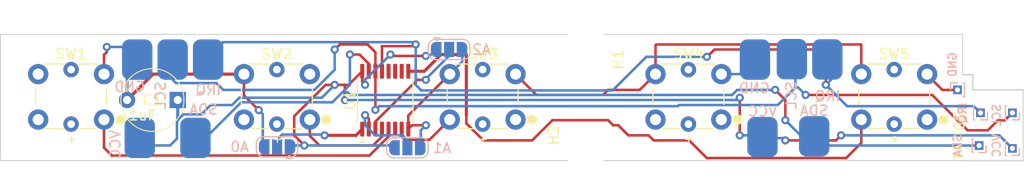
<source format=kicad_pcb>
(kicad_pcb (version 20240108) (generator "pcbnew") (generator_version "8.0")
  (layers (0 "F.Cu" signal) (31 "B.Cu" signal) (34 "B.Paste" user) (35 "F.Paste" user) (36 "B.SilkS" user "B.Silkscreen") (37 "F.SilkS" user "F.Silkscreen") (38 "B.Mask" user) (39 "F.Mask" user) (44 "Edge.Cuts" user))
  (net 0 "")
  (net 1 "+5V")
  (net 2 "SDA")
  (net 3 "SCL")
  (net 4 "IRQ")
  (net 5 "GND")
  (net 9 "/U1P0")
  (net 10 "/U1P1")
  (net 11 "/U1P2")
  (net 12 "/U1P3")
  (net 13 "/U1P4")
  (net 14 "/A0")
  (net 15 "/A1")
  (net 16 "/A2")
  (footprint "Package_SO:TSSOP-16_4.4x5mm_P0.65mm" (layer "F.Cu") (at 198.104691 -212.319824 90)
    (property "Reference" "U1" (at 0 -3.45 90) (layer "F.SilkS"))
    (property "Value" "TCA9554PWR")
    (fp_line (start 0 -2.735) (end 2.2 -2.735) (stroke (width 0.12)) (layer "F.SilkS"))
    (fp_line (start 0 -2.735) (end -2.2 -2.735) (stroke (width 0.12)) (layer "F.SilkS"))
    (fp_line (start 0 2.735) (end 2.2 2.735) (stroke (width 0.12)) (layer "F.SilkS"))
    (fp_line (start 0 2.735) (end -2.2 2.735) (stroke (width 0.12)) (layer "F.SilkS"))
    (fp_poly (pts (xy -3.86 -2.275) (xy -4.19 -2.515) (xy -4.19 -2.035) (xy -3.86 -2.275)) (stroke (width 0.12)) (fill solid) (layer "F.SilkS"))
    (pad "1" smd roundrect (at -2.8625 -2.275 90) (size 1.475 0.4) (layers "F.Cu" "F.Paste" "F.Mask") (net 14 "/A0"))
    (pad "2" smd roundrect (at -2.8625 -1.625 90) (size 1.475 0.4) (layers "F.Cu" "F.Paste" "F.Mask") (net 15 "/A1"))
    (pad "3" smd roundrect (at -2.8625 -0.975 90) (size 1.475 0.4) (layers "F.Cu" "F.Paste" "F.Mask") (net 16 "/A2"))
    (pad "4" smd roundrect (at -2.8625 -0.325 90) (size 1.475 0.4) (layers "F.Cu" "F.Paste" "F.Mask") (net 10 "/U1P1"))
    (pad "5" smd roundrect (at -2.8625 0.325 90) (size 1.475 0.4) (layers "F.Cu" "F.Paste" "F.Mask") (net 9 "/U1P0"))
    (pad "6" smd roundrect (at -2.8625 0.975 90) (size 1.475 0.4) (layers "F.Cu" "F.Paste" "F.Mask") (net 12 "/U1P3"))
    (pad "7" smd roundrect (at -2.8625 1.625 90) (size 1.475 0.4) (layers "F.Cu" "F.Paste" "F.Mask") (net 11 "/U1P2"))
    (pad "8" smd roundrect (at -2.8625 2.275 90) (size 1.475 0.4) (layers "F.Cu" "F.Paste" "F.Mask") (net 5 "GND"))
    (pad "9" smd roundrect (at 2.8625 2.275 90) (size 1.475 0.4) (layers "F.Cu" "F.Paste" "F.Mask") (net 13 "/U1P4"))
    (pad "10" smd roundrect (at 2.8625 1.625 90) (size 1.475 0.4) (layers "F.Cu" "F.Paste" "F.Mask"))
    (pad "11" smd roundrect (at 2.8625 0.975 90) (size 1.475 0.4) (layers "F.Cu" "F.Paste" "F.Mask"))
    (pad "12" smd roundrect (at 2.8625 0.325 90) (size 1.475 0.4) (layers "F.Cu" "F.Paste" "F.Mask"))
    (pad "13" smd roundrect (at 2.8625 -0.325 90) (size 1.475 0.4) (layers "F.Cu" "F.Paste" "F.Mask") (net 4 "IRQ"))
    (pad "14" smd roundrect (at 2.8625 -0.975 90) (size 1.475 0.4) (layers "F.Cu" "F.Paste" "F.Mask") (net 3 "SCL"))
    (pad "15" smd roundrect (at 2.8625 -1.625 90) (size 1.475 0.4) (layers "F.Cu" "F.Paste" "F.Mask") (net 2 "SDA"))
    (pad "16" smd roundrect (at 2.8625 -2.275 90) (size 1.475 0.4) (layers "F.Cu" "F.Paste" "F.Mask") (net 1 "+5V"))
  )
  (footprint "OH_Footprints:TL1240GQ" (layer "F.Cu") (at 163.830566 -214.897924)
    (property "Reference" "SW1" (at 3.25 -2 0) (layer "F.SilkS"))
    (property "Value" "TL1240GQ")
    (fp_line (start -0.25 1.5) (end -0.25 3) (stroke (width 0.12)) (layer "F.SilkS"))
    (fp_line (start 0.7 5.4) (end 2.5 5.4) (stroke (width 0.12)) (layer "F.SilkS"))
    (fp_line (start 2.6 -1) (end 0.5 -1) (stroke (width 0.12)) (layer "F.SilkS"))
    (fp_line (start 4 5.4) (end 5.8 5.4) (stroke (width 0.12)) (layer "F.SilkS"))
    (fp_line (start 5.9 -1) (end 3.9 -1) (stroke (width 0.12)) (layer "F.SilkS"))
    (fp_line (start 6.75 3) (end 6.75 1.5) (stroke (width 0.12)) (layer "F.SilkS"))
    (fp_circle (center 8.1 4.5) (end 8.547214 4.5) (stroke (width 0.12)) (fill none) (layer "F.SilkS"))
    (fp_poly (pts (xy 8.1 4.052786) (xy 8.3 4.1) (xy 8.4 4.2) (xy 8.5 4.3) (xy 8.547214 4.5) (xy 8.5 4.7) (xy 8.3 4.9) (xy 8.1 4.947214) (xy 7.9 4.9) (xy 7.7 4.7) (xy 7.652786 4.5) (xy 7.7 4.3) (xy 7.9 4.1)) (stroke (width 0.1)) (fill solid) (layer "F.SilkS"))
    (fp_text user "+" (at 3.3 6.4 0) (layer "F.SilkS") (effects (font (size 0.8 0.8) (thickness 0.12))))
    (pad "1" thru_hole circle (at 0 4.5 90) (size 2 2) (drill 1.1) (layers "*.Cu" "*.Mask") (net 9 "/U1P0"))
    (pad "1" thru_hole circle (at 6.5 4.5 90) (size 2 2) (drill 1.1) (layers "*.Cu" "*.Mask") (net 9 "/U1P0"))
    (pad "2" thru_hole circle (at 0 0 90) (size 2 2) (drill 1.1) (layers "*.Cu" "*.Mask") (net 5 "GND"))
    (pad "2" thru_hole circle (at 6.5 0 90) (size 2 2) (drill 1.1) (layers "*.Cu" "*.Mask") (net 5 "GND"))
    (pad "5" thru_hole circle (at 3.25 4.95) (size 1.524 1.524) (drill 0.762) (layers "*.Cu" "*.Mask"))
    (pad "6" thru_hole circle (at 3.25 -0.45) (size 1.524 1.524) (drill 0.762) (layers "*.Cu" "*.Mask"))
  )
  (footprint "OH_Footprints:TL1240GQ" (layer "F.Cu") (at 204.470566 -214.897924)
    (property "Reference" "SW3" (at 3.25 -2 0) (layer "F.SilkS"))
    (property "Value" "TL1240GQ")
    (fp_line (start -0.25 1.5) (end -0.25 3) (stroke (width 0.12)) (layer "F.SilkS"))
    (fp_line (start 0.7 5.4) (end 2.5 5.4) (stroke (width 0.12)) (layer "F.SilkS"))
    (fp_line (start 2.6 -1) (end 0.5 -1) (stroke (width 0.12)) (layer "F.SilkS"))
    (fp_line (start 4 5.4) (end 5.8 5.4) (stroke (width 0.12)) (layer "F.SilkS"))
    (fp_line (start 5.9 -1) (end 3.9 -1) (stroke (width 0.12)) (layer "F.SilkS"))
    (fp_line (start 6.75 3) (end 6.75 1.5) (stroke (width 0.12)) (layer "F.SilkS"))
    (fp_circle (center 8.1 4.5) (end 8.547214 4.5) (stroke (width 0.12)) (fill none) (layer "F.SilkS"))
    (fp_poly (pts (xy 8.1 4.052786) (xy 8.3 4.1) (xy 8.4 4.2) (xy 8.5 4.3) (xy 8.547214 4.5) (xy 8.5 4.7) (xy 8.3 4.9) (xy 8.1 4.947214) (xy 7.9 4.9) (xy 7.7 4.7) (xy 7.652786 4.5) (xy 7.7 4.3) (xy 7.9 4.1)) (stroke (width 0.1)) (fill solid) (layer "F.SilkS"))
    (fp_text user "+" (at 3.3 6.4 0) (layer "F.SilkS") (effects (font (size 0.8 0.8) (thickness 0.12))))
    (pad "1" thru_hole circle (at 0 4.5 90) (size 2 2) (drill 1.1) (layers "*.Cu" "*.Mask") (net 11 "/U1P2"))
    (pad "1" thru_hole circle (at 6.5 4.5 90) (size 2 2) (drill 1.1) (layers "*.Cu" "*.Mask") (net 11 "/U1P2"))
    (pad "2" thru_hole circle (at 0 0 90) (size 2 2) (drill 1.1) (layers "*.Cu" "*.Mask") (net 5 "GND"))
    (pad "2" thru_hole circle (at 6.5 0 90) (size 2 2) (drill 1.1) (layers "*.Cu" "*.Mask") (net 5 "GND"))
    (pad "5" thru_hole circle (at 3.25 4.95) (size 1.524 1.524) (drill 0.762) (layers "*.Cu" "*.Mask"))
    (pad "6" thru_hole circle (at 3.25 -0.45) (size 1.524 1.524) (drill 0.762) (layers "*.Cu" "*.Mask"))
  )
  (footprint "OH_Footprints:TL1240GQ" (layer "F.Cu") (at 224.790566 -214.897924)
    (property "Reference" "SW4" (at 3.25 -2 0) (layer "F.SilkS"))
    (property "Value" "TL1240GQ")
    (fp_line (start -0.25 1.5) (end -0.25 3) (stroke (width 0.12)) (layer "F.SilkS"))
    (fp_line (start 0.7 5.4) (end 2.5 5.4) (stroke (width 0.12)) (layer "F.SilkS"))
    (fp_line (start 2.6 -1) (end 0.5 -1) (stroke (width 0.12)) (layer "F.SilkS"))
    (fp_line (start 4 5.4) (end 5.8 5.4) (stroke (width 0.12)) (layer "F.SilkS"))
    (fp_line (start 5.9 -1) (end 3.9 -1) (stroke (width 0.12)) (layer "F.SilkS"))
    (fp_line (start 6.75 3) (end 6.75 1.5) (stroke (width 0.12)) (layer "F.SilkS"))
    (fp_circle (center 8.1 4.5) (end 8.547214 4.5) (stroke (width 0.12)) (fill none) (layer "F.SilkS"))
    (fp_poly (pts (xy 8.1 4.052786) (xy 8.3 4.1) (xy 8.4 4.2) (xy 8.5 4.3) (xy 8.547214 4.5) (xy 8.5 4.7) (xy 8.3 4.9) (xy 8.1 4.947214) (xy 7.9 4.9) (xy 7.7 4.7) (xy 7.652786 4.5) (xy 7.7 4.3) (xy 7.9 4.1)) (stroke (width 0.1)) (fill solid) (layer "F.SilkS"))
    (fp_text user "+" (at 3.3 6.4 0) (layer "F.SilkS") (effects (font (size 0.8 0.8) (thickness 0.12))))
    (pad "1" thru_hole circle (at 0 4.5 90) (size 2 2) (drill 1.1) (layers "*.Cu" "*.Mask") (net 12 "/U1P3"))
    (pad "1" thru_hole circle (at 6.5 4.5 90) (size 2 2) (drill 1.1) (layers "*.Cu" "*.Mask") (net 12 "/U1P3"))
    (pad "2" thru_hole circle (at 0 0 90) (size 2 2) (drill 1.1) (layers "*.Cu" "*.Mask") (net 5 "GND"))
    (pad "2" thru_hole circle (at 6.5 0 90) (size 2 2) (drill 1.1) (layers "*.Cu" "*.Mask") (net 5 "GND"))
    (pad "5" thru_hole circle (at 3.25 4.95) (size 1.524 1.524) (drill 0.762) (layers "*.Cu" "*.Mask"))
    (pad "6" thru_hole circle (at 3.25 -0.45) (size 1.524 1.524) (drill 0.762) (layers "*.Cu" "*.Mask"))
  )
  (footprint "OH_Footprints:TL1240GQ" (layer "F.Cu") (at 245.110566 -214.897924)
    (property "Reference" "SW5" (at 3.25 -2 0) (layer "F.SilkS"))
    (property "Value" "TL1240GQ")
    (fp_line (start -0.25 1.5) (end -0.25 3) (stroke (width 0.12)) (layer "F.SilkS"))
    (fp_line (start 0.7 5.4) (end 2.5 5.4) (stroke (width 0.12)) (layer "F.SilkS"))
    (fp_line (start 2.6 -1) (end 0.5 -1) (stroke (width 0.12)) (layer "F.SilkS"))
    (fp_line (start 4 5.4) (end 5.8 5.4) (stroke (width 0.12)) (layer "F.SilkS"))
    (fp_line (start 5.9 -1) (end 3.9 -1) (stroke (width 0.12)) (layer "F.SilkS"))
    (fp_line (start 6.75 3) (end 6.75 1.5) (stroke (width 0.12)) (layer "F.SilkS"))
    (fp_circle (center 8.1 4.5) (end 8.547214 4.5) (stroke (width 0.12)) (fill none) (layer "F.SilkS"))
    (fp_poly (pts (xy 8.1 4.052786) (xy 8.3 4.1) (xy 8.4 4.2) (xy 8.5 4.3) (xy 8.547214 4.5) (xy 8.5 4.7) (xy 8.3 4.9) (xy 8.1 4.947214) (xy 7.9 4.9) (xy 7.7 4.7) (xy 7.652786 4.5) (xy 7.7 4.3) (xy 7.9 4.1)) (stroke (width 0.1)) (fill solid) (layer "F.SilkS"))
    (fp_text user "+" (at 3.3 6.4 0) (layer "F.SilkS") (effects (font (size 0.8 0.8) (thickness 0.12))))
    (pad "1" thru_hole circle (at 0 4.5 90) (size 2 2) (drill 1.1) (layers "*.Cu" "*.Mask") (net 13 "/U1P4"))
    (pad "1" thru_hole circle (at 6.5 4.5 90) (size 2 2) (drill 1.1) (layers "*.Cu" "*.Mask") (net 13 "/U1P4"))
    (pad "2" thru_hole circle (at 0 0 90) (size 2 2) (drill 1.1) (layers "*.Cu" "*.Mask") (net 5 "GND"))
    (pad "2" thru_hole circle (at 6.5 0 90) (size 2 2) (drill 1.1) (layers "*.Cu" "*.Mask") (net 5 "GND"))
    (pad "5" thru_hole circle (at 3.25 4.95) (size 1.524 1.524) (drill 0.762) (layers "*.Cu" "*.Mask"))
    (pad "6" thru_hole circle (at 3.25 -0.45) (size 1.524 1.524) (drill 0.762) (layers "*.Cu" "*.Mask"))
  )
  (footprint "OH_Footprints:TL1240GQ" (layer "F.Cu") (at 184.150566 -214.897924)
    (property "Reference" "SW2" (at 3.25 -2 0) (layer "F.SilkS"))
    (property "Value" "TL1240GQ")
    (fp_line (start -0.25 1.5) (end -0.25 3) (stroke (width 0.12)) (layer "F.SilkS"))
    (fp_line (start 0.7 5.4) (end 2.5 5.4) (stroke (width 0.12)) (layer "F.SilkS"))
    (fp_line (start 2.6 -1) (end 0.5 -1) (stroke (width 0.12)) (layer "F.SilkS"))
    (fp_line (start 4 5.4) (end 5.8 5.4) (stroke (width 0.12)) (layer "F.SilkS"))
    (fp_line (start 5.9 -1) (end 3.9 -1) (stroke (width 0.12)) (layer "F.SilkS"))
    (fp_line (start 6.75 3) (end 6.75 1.5) (stroke (width 0.12)) (layer "F.SilkS"))
    (fp_circle (center 8.1 4.5) (end 8.547214 4.5) (stroke (width 0.12)) (fill none) (layer "F.SilkS"))
    (fp_poly (pts (xy 8.1 4.052786) (xy 8.3 4.1) (xy 8.4 4.2) (xy 8.5 4.3) (xy 8.547214 4.5) (xy 8.5 4.7) (xy 8.3 4.9) (xy 8.1 4.947214) (xy 7.9 4.9) (xy 7.7 4.7) (xy 7.652786 4.5) (xy 7.7 4.3) (xy 7.9 4.1)) (stroke (width 0.1)) (fill solid) (layer "F.SilkS"))
    (fp_text user "+" (at 3.3 6.4 0) (layer "F.SilkS") (effects (font (size 0.8 0.8) (thickness 0.12))))
    (pad "1" thru_hole circle (at 0 4.5 90) (size 2 2) (drill 1.1) (layers "*.Cu" "*.Mask") (net 10 "/U1P1"))
    (pad "1" thru_hole circle (at 6.5 4.5 90) (size 2 2) (drill 1.1) (layers "*.Cu" "*.Mask") (net 10 "/U1P1"))
    (pad "2" thru_hole circle (at 0 0 90) (size 2 2) (drill 1.1) (layers "*.Cu" "*.Mask") (net 5 "GND"))
    (pad "2" thru_hole circle (at 6.5 0 90) (size 2 2) (drill 1.1) (layers "*.Cu" "*.Mask") (net 5 "GND"))
    (pad "5" thru_hole circle (at 3.25 4.95) (size 1.524 1.524) (drill 0.762) (layers "*.Cu" "*.Mask"))
    (pad "6" thru_hole circle (at 3.25 -0.45) (size 1.524 1.524) (drill 0.762) (layers "*.Cu" "*.Mask"))
  )
  (footprint "Capacitor_THT:CP_Radial_D3.0mm_P5.00mm" (layer "F.Cu") (at 177.610749 -212.336549 180)
    (property "Reference" "C1" (at 2.5 0 0) (layer "F.SilkS"))
    (property "Value" "1uF")
    (fp_circle (center 2.5 0) (end 5.420287 -1.064666) (stroke (width 0.1)) (fill none) (layer "F.SilkS"))
    (pad "1" thru_hole rect (at 0 0 180) (size 1.6 1.6) (drill 0.8) (layers "*.Cu" "*.Mask") (net 1 "+5V"))
    (pad "2" thru_hole circle (at 5 0 180) (size 1.6 1.6) (drill 0.8) (layers "*.Cu" "*.Mask") (net 5 "GND"))
  )
  (footprint "MountingHole:MountingHole_4.3mm_M4" (layer "F.Cu") (at 217.894575 -207.594893 90)
    (property "Reference" "H2" (at 1.241656 -3.16964 90) (layer "F.SilkS"))
    (property "Value" "MH")
    (pad "" np_thru_hole circle (at 0 0 90) (size 4.3 4.3) (drill 4.3) (layers "*.Cu" "*.Mask"))
  )
  (footprint "MountingHole:MountingHole_4.3mm_M4" (layer "F.Cu") (at 217.93013 -217.661058 -90)
    (property "Reference" "H1" (at 1.324509 -3.16964 90) (layer "F.SilkS"))
    (property "Value" "MH")
    (pad "" np_thru_hole circle (at 0 0 270) (size 4.3 4.3) (drill 4.3) (layers "*.Cu" "*.Mask"))
  )
  (footprint "Connector_Wire:SolderWirePad_1x01_SMD_4x3mm" (layer "B.Cu") (at 241.758109 -216.35272 180)
    (property "Reference" "J13" (hide yes))
    (property "Value" "IRQ" (at -0.038067 -3.633662 0) (layer "B.SilkS") (effects (justify mirror)))
    (pad "1" smd roundrect (at 0 0 270) (size 4 3) (layers "B.Cu" "B.Paste" "B.Mask") (net 4 "IRQ"))
  )
  (footprint "Jumper:SolderJumper-3_P1.3mm_BothDisconnected_RoundedPad1.0x1.5mm" (layer "B.Cu") (at 204.410749 -217.336549)
    (property "Reference" "A2" (at 3.2 0 360) (layer "B.SilkS") (effects (justify mirror)))
    (property "Value" "SolderJumper_3_Open")
    (fp_line (start -2.05 0.3) (end -2.05 -0.3) (stroke (width 0.12)) (layer "B.SilkS"))
    (fp_line (start -1.499062 -1.157421) (end -1.199062 -0.857421) (stroke (width 0.12)) (layer "B.SilkS"))
    (fp_line (start -1.4 -1) (end 1.4 -1) (stroke (width 0.12)) (layer "B.SilkS"))
    (fp_line (start -0.899062 -1.157421) (end -1.499062 -1.157421) (stroke (width 0.12)) (layer "B.SilkS"))
    (fp_line (start -0.899062 -1.157421) (end -1.199062 -0.857421) (stroke (width 0.12)) (layer "B.SilkS"))
    (fp_line (start 1.4 1) (end -1.4 1) (stroke (width 0.12)) (layer "B.SilkS"))
    (fp_line (start 2.05 -0.3) (end 2.05 0.3) (stroke (width 0.12)) (layer "B.SilkS"))
    (fp_arc (start -2.05 -0.3) (mid -1.844975 -0.794975) (end -1.35 -1) (stroke (width 0.12)) (layer "B.SilkS"))
    (fp_arc (start -1.35 1) (mid -1.844975 0.794975) (end -2.05 0.3) (stroke (width 0.12)) (layer "B.SilkS"))
    (fp_arc (start 1.35 -1) (mid 1.844975 -0.794975) (end 2.05 -0.3) (stroke (width 0.12)) (layer "B.SilkS"))
    (fp_arc (start 2.05 0.3) (mid 1.844975 0.794975) (end 1.35 1) (stroke (width 0.12)) (layer "B.SilkS"))
    (pad "1" smd custom (at -1.3 0) (size 1 0.5) (layers "B.Cu" "B.Mask") (net 1 "+5V") (options (clearance outline) (anchor rect)) (primitives (gr_circle (center 0 -0.25) (end 0.5 -0.25) (width 0) (fill yes)) (gr_circle (center 0 0.25) (end 0.5 0.25) (width 0) (fill yes)) (gr_poly (pts (xy 0.55 -0.75) (xy 0 -0.75) (xy 0 0.75) (xy 0.55 0.75)) (width 0) (fill yes))))
    (pad "2" smd rect (at 0 0) (size 1 1.5) (layers "B.Cu" "B.Mask") (net 16 "/A2"))
    (pad "3" smd custom (at 1.3 0) (size 1 0.5) (layers "B.Cu" "B.Mask") (net 5 "GND") (options (clearance outline) (anchor rect)) (primitives (gr_circle (center 0 -0.25) (end 0.5 -0.25) (width 0) (fill yes)) (gr_circle (center 0 0.25) (end 0.5 0.25) (width 0) (fill yes)) (gr_poly (pts (xy 0 -0.75) (xy -0.55 -0.75) (xy -0.55 0.75) (xy 0 0.75)) (width 0) (fill yes))))
  )
  (footprint "Connector_PinHeader_1.00mm:PinHeader_1x01_P1.00mm_Vertical" (layer "B.Cu") (at 256.879065 -211.066449 90)
    (property "Reference" "J8" (hide yes))
    (property "Value" "IRQ" (at 0 -1.768316 90) (layer "B.SilkS") (effects (font (size 0.8 0.8)) (justify mirror)))
    (fp_line (start 0.695 -0.685) (end 0.608276 -0.685) (stroke (width 0.12)) (layer "B.SilkS"))
    (fp_line (start 0.695 -0.685) (end -0.695 -0.685) (stroke (width 0.12)) (layer "B.SilkS"))
    (fp_line (start -0.608276 -0.685) (end -0.695 -0.685) (stroke (width 0.12)) (layer "B.SilkS"))
    (fp_line (start 0.695 -0.56) (end 0.695 -0.685) (stroke (width 0.12)) (layer "B.SilkS"))
    (fp_line (start -0.695 -0.56) (end -0.695 -0.685) (stroke (width 0.12)) (layer "B.SilkS"))
    (fp_line (start 0 0.685) (end -0.695 0.685) (stroke (width 0.12)) (layer "B.SilkS"))
    (fp_line (start -0.695 0.685) (end -0.695 0) (stroke (width 0.12)) (layer "B.SilkS"))
    (pad "1" thru_hole rect (at 0 0 90) (size 0.85 0.85) (drill 0.5) (layers "*.Cu" "*.Mask") (net 4 "IRQ"))
  )
  (footprint "Connector_Wire:SolderWirePad_1x01_SMD_4x3mm" (layer "B.Cu") (at 173.610749 -216.336549 180)
    (property "Reference" "J2" (hide yes))
    (property "Value" "GND" (at 0.741306 -2.69471 0) (layer "B.SilkS") (effects (justify mirror)))
    (pad "1" smd roundrect (at 0 0 270) (size 4 3) (layers "B.Cu" "B.Paste" "B.Mask") (net 5 "GND"))
  )
  (footprint "Connector_Wire:SolderWirePad_1x01_SMD_4x3mm" (layer "B.Cu") (at 177.110749 -216.336549 180)
    (property "Reference" "J3" (hide yes))
    (property "Value" "SCL" (at 1.188976 -3.543342 90) (layer "B.SilkS") (effects (justify mirror)))
    (pad "1" smd roundrect (at 0 0 270) (size 4 3) (layers "B.Cu" "B.Paste" "B.Mask") (net 3 "SCL"))
  )
  (footprint "Connector_PinHeader_1.00mm:PinHeader_1x01_P1.00mm_Vertical" (layer "B.Cu") (at 256.748042 -207.825063 90)
    (property "Reference" "J7" (hide yes))
    (property "Value" "SDA" (at 0 -2.137293 90) (layer "B.SilkS") (effects (font (size 0.8 0.8)) (justify mirror)))
    (fp_line (start 0.695 -0.685) (end 0.608276 -0.685) (stroke (width 0.12)) (layer "B.SilkS"))
    (fp_line (start 0.695 -0.685) (end -0.695 -0.685) (stroke (width 0.12)) (layer "B.SilkS"))
    (fp_line (start -0.608276 -0.685) (end -0.695 -0.685) (stroke (width 0.12)) (layer "B.SilkS"))
    (fp_line (start 0.695 -0.56) (end 0.695 -0.685) (stroke (width 0.12)) (layer "B.SilkS"))
    (fp_line (start -0.695 -0.56) (end -0.695 -0.685) (stroke (width 0.12)) (layer "B.SilkS"))
    (fp_line (start 0 0.685) (end -0.695 0.685) (stroke (width 0.12)) (layer "B.SilkS"))
    (fp_line (start -0.695 0.685) (end -0.695 0) (stroke (width 0.12)) (layer "B.SilkS"))
    (pad "1" thru_hole rect (at 0 0 90) (size 0.85 0.85) (drill 0.5) (layers "*.Cu" "*.Mask") (net 2 "SDA"))
  )
  (footprint "Connector_Wire:SolderWirePad_1x01_SMD_4x3mm" (layer "B.Cu") (at 179.360749 -208.586549)
    (property "Reference" "J4" (hide yes))
    (property "Value" "SDA" (at 0.797905 -2.815763 180) (layer "B.SilkS") (effects (justify mirror)))
    (pad "1" smd roundrect (at 0 0 90) (size 4 3) (layers "B.Cu" "B.Paste" "B.Mask") (net 2 "SDA"))
  )
  (footprint "Jumper:SolderJumper-3_P1.3mm_BothDisconnected_RoundedPad1.0x1.5mm" (layer "B.Cu") (at 187.423935 -207.700864 180)
    (property "Reference" "A0" (at 3.7 0 0) (layer "B.SilkS") (effects (justify mirror)))
    (property "Value" "SolderJumper_3_Open")
    (fp_line (start 2.05 -0.3) (end 2.05 0.3) (stroke (width 0.12)) (layer "B.SilkS"))
    (fp_line (start 1.4 1) (end -1.4 1) (stroke (width 0.12)) (layer "B.SilkS"))
    (fp_line (start -0.899062 -1.157421) (end -1.199062 -0.857421) (stroke (width 0.12)) (layer "B.SilkS"))
    (fp_line (start -0.899062 -1.157421) (end -1.499062 -1.157421) (stroke (width 0.12)) (layer "B.SilkS"))
    (fp_line (start -1.4 -1) (end 1.4 -1) (stroke (width 0.12)) (layer "B.SilkS"))
    (fp_line (start -1.499062 -1.157421) (end -1.199062 -0.857421) (stroke (width 0.12)) (layer "B.SilkS"))
    (fp_line (start -2.05 0.3) (end -2.05 -0.3) (stroke (width 0.12)) (layer "B.SilkS"))
    (fp_arc (start 2.05 0.3) (mid 1.844975 0.794975) (end 1.35 1) (stroke (width 0.12)) (layer "B.SilkS"))
    (fp_arc (start 1.35 -1) (mid 1.844975 -0.794975) (end 2.05 -0.3) (stroke (width 0.12)) (layer "B.SilkS"))
    (fp_arc (start -1.35 1) (mid -1.844975 0.794975) (end -2.05 0.3) (stroke (width 0.12)) (layer "B.SilkS"))
    (fp_arc (start -2.05 -0.3) (mid -1.844975 -0.794975) (end -1.35 -1) (stroke (width 0.12)) (layer "B.SilkS"))
    (pad "1" smd custom (at -1.3 0 180) (size 1 0.5) (layers "B.Cu" "B.Mask") (net 1 "+5V") (options (clearance outline) (anchor rect)) (primitives (gr_circle (center 0 -0.25) (end 0.5 -0.25) (width 0) (fill yes)) (gr_circle (center 0 0.25) (end 0.5 0.25) (width 0) (fill yes)) (gr_poly (pts (xy 0.55 -0.75) (xy 0 -0.75) (xy 0 0.75) (xy 0.55 0.75)) (width 0) (fill yes))))
    (pad "2" smd rect (at 0 0 180) (size 1 1.5) (layers "B.Cu" "B.Mask") (net 14 "/A0"))
    (pad "3" smd custom (at 1.3 0 180) (size 1 0.5) (layers "B.Cu" "B.Mask") (net 5 "GND") (options (clearance outline) (anchor rect)) (primitives (gr_circle (center 0 -0.25) (end 0.5 -0.25) (width 0) (fill yes)) (gr_circle (center 0 0.25) (end 0.5 0.25) (width 0) (fill yes)) (gr_poly (pts (xy 0 -0.75) (xy -0.55 -0.75) (xy -0.55 0.75) (xy 0 0.75)) (width 0) (fill yes))))
  )
  (footprint "Connector_Wire:SolderWirePad_1x01_SMD_4x3mm" (layer "B.Cu") (at 180.610749 -216.336549 180)
    (property "Reference" "J5" (hide yes))
    (property "Value" "IRQ" (at -0.01867 -2.986983 0) (layer "B.SilkS") (effects (justify mirror)))
    (pad "1" smd roundrect (at 0 0 270) (size 4 3) (layers "B.Cu" "B.Paste" "B.Mask") (net 4 "IRQ"))
  )
  (footprint "Connector_PinHeader_1.00mm:PinHeader_1x01_P1.00mm_Vertical" (layer "B.Cu") (at 260.029956 -207.544865 90)
    (property "Reference" "J9" (hide yes))
    (property "Value" "VCC" (at 0.291684 -1.56 90) (layer "B.SilkS") (effects (font (size 0.8 0.8)) (justify mirror)))
    (fp_line (start 0.695 -0.685) (end 0.608276 -0.685) (stroke (width 0.12)) (layer "B.SilkS"))
    (fp_line (start 0.695 -0.685) (end -0.695 -0.685) (stroke (width 0.12)) (layer "B.SilkS"))
    (fp_line (start -0.608276 -0.685) (end -0.695 -0.685) (stroke (width 0.12)) (layer "B.SilkS"))
    (fp_line (start 0.695 -0.56) (end 0.695 -0.685) (stroke (width 0.12)) (layer "B.SilkS"))
    (fp_line (start -0.695 -0.56) (end -0.695 -0.685) (stroke (width 0.12)) (layer "B.SilkS"))
    (fp_line (start 0 0.685) (end -0.695 0.685) (stroke (width 0.12)) (layer "B.SilkS"))
    (fp_line (start -0.695 0.685) (end -0.695 0) (stroke (width 0.12)) (layer "B.SilkS"))
    (pad "1" thru_hole rect (at 0 0 90) (size 0.85 0.85) (drill 0.5) (layers "*.Cu" "*.Mask") (net 1 "+5V"))
  )
  (footprint "Connector_Wire:SolderWirePad_1x01_SMD_4x3mm" (layer "B.Cu") (at 173.860749 -208.586549)
    (property "Reference" "J1" (hide yes))
    (property "Value" "VCC" (at -2.411239 0.650776 90) (layer "B.SilkS") (effects (justify mirror)))
    (pad "1" smd roundrect (at 0 0 90) (size 4 3) (layers "B.Cu" "B.Paste" "B.Mask") (net 1 "+5V"))
  )
  (footprint "Connector_Wire:SolderWirePad_1x01_SMD_4x3mm" (layer "B.Cu") (at 235.355048 -208.662591)
    (property "Reference" "J14" (hide yes))
    (property "Value" "VCC" (at 0 -2.54 180) (layer "B.SilkS") (effects (justify mirror)))
    (pad "1" smd roundrect (at 0 0 90) (size 4 3) (layers "B.Cu" "B.Paste" "B.Mask") (net 1 "+5V"))
  )
  (footprint "Connector_PinHeader_1.00mm:PinHeader_1x01_P1.00mm_Vertical" (layer "B.Cu") (at 254.610749 -213.336549 -90)
    (property "Reference" "J10" (hide yes))
    (property "Value" "GND" (at -2.5 0.5 -90) (layer "B.SilkS") (effects (font (size 0.8 0.8)) (justify mirror)))
    (fp_line (start -0.695 0.685) (end -0.695 0) (stroke (width 0.12)) (layer "B.SilkS"))
    (fp_line (start 0 0.685) (end -0.695 0.685) (stroke (width 0.12)) (layer "B.SilkS"))
    (fp_line (start -0.695 -0.56) (end -0.695 -0.685) (stroke (width 0.12)) (layer "B.SilkS"))
    (fp_line (start 0.695 -0.56) (end 0.695 -0.685) (stroke (width 0.12)) (layer "B.SilkS"))
    (fp_line (start -0.608276 -0.685) (end -0.695 -0.685) (stroke (width 0.12)) (layer "B.SilkS"))
    (fp_line (start 0.695 -0.685) (end -0.695 -0.685) (stroke (width 0.12)) (layer "B.SilkS"))
    (fp_line (start 0.695 -0.685) (end 0.608276 -0.685) (stroke (width 0.12)) (layer "B.SilkS"))
    (pad "1" thru_hole rect (at 0 0 270) (size 0.85 0.85) (drill 0.5) (layers "*.Cu" "*.Mask") (net 5 "GND"))
  )
  (footprint "Connector_PinHeader_1.00mm:PinHeader_1x01_P1.00mm_Vertical" (layer "B.Cu") (at 260.029956 -211.066449 90)
    (property "Reference" "J11" (hide yes))
    (property "Value" "SCL" (at -0.2299 -1.56 90) (layer "B.SilkS") (effects (font (size 0.8 0.8)) (justify mirror)))
    (fp_line (start 0.695 -0.685) (end 0.608276 -0.685) (stroke (width 0.12)) (layer "B.SilkS"))
    (fp_line (start 0.695 -0.685) (end -0.695 -0.685) (stroke (width 0.12)) (layer "B.SilkS"))
    (fp_line (start -0.608276 -0.685) (end -0.695 -0.685) (stroke (width 0.12)) (layer "B.SilkS"))
    (fp_line (start 0.695 -0.56) (end 0.695 -0.685) (stroke (width 0.12)) (layer "B.SilkS"))
    (fp_line (start -0.695 -0.56) (end -0.695 -0.685) (stroke (width 0.12)) (layer "B.SilkS"))
    (fp_line (start 0 0.685) (end -0.695 0.685) (stroke (width 0.12)) (layer "B.SilkS"))
    (fp_line (start -0.695 0.685) (end -0.695 0) (stroke (width 0.12)) (layer "B.SilkS"))
    (pad "1" thru_hole rect (at 0 0 90) (size 0.85 0.85) (drill 0.5) (layers "*.Cu" "*.Mask") (net 3 "SCL"))
  )
  (footprint "Connector_Wire:SolderWirePad_1x01_SMD_4x3mm" (layer "B.Cu") (at 238.25477 -216.378385 180)
    (property "Reference" "J6" (hide yes))
    (property "Value" "SCL" (at 0.066165 -3.56474 90) (layer "B.SilkS") (effects (justify mirror)))
    (pad "1" smd roundrect (at 0 0 270) (size 4 3) (layers "B.Cu" "B.Paste" "B.Mask") (net 3 "SCL"))
  )
  (footprint "Jumper:SolderJumper-3_P1.3mm_BothDisconnected_RoundedPad1.0x1.5mm" (layer "B.Cu") (at 200.287393 -207.610143)
    (property "Reference" "A1" (at 3.415445 0.011916 0) (layer "B.SilkS") (effects (justify mirror)))
    (property "Value" "SolderJumper_3_Open")
    (fp_line (start -2.05 0.3) (end -2.05 -0.3) (stroke (width 0.12)) (layer "B.SilkS"))
    (fp_line (start -1.499062 -1.157421) (end -1.199062 -0.857421) (stroke (width 0.12)) (layer "B.SilkS"))
    (fp_line (start -1.4 -1) (end 1.4 -1) (stroke (width 0.12)) (layer "B.SilkS"))
    (fp_line (start -0.899062 -1.157421) (end -1.499062 -1.157421) (stroke (width 0.12)) (layer "B.SilkS"))
    (fp_line (start -0.899062 -1.157421) (end -1.199062 -0.857421) (stroke (width 0.12)) (layer "B.SilkS"))
    (fp_line (start 1.4 1) (end -1.4 1) (stroke (width 0.12)) (layer "B.SilkS"))
    (fp_line (start 2.05 -0.3) (end 2.05 0.3) (stroke (width 0.12)) (layer "B.SilkS"))
    (fp_arc (start -2.05 -0.3) (mid -1.844975 -0.794975) (end -1.35 -1) (stroke (width 0.12)) (layer "B.SilkS"))
    (fp_arc (start -1.35 1) (mid -1.844975 0.794975) (end -2.05 0.3) (stroke (width 0.12)) (layer "B.SilkS"))
    (fp_arc (start 1.35 -1) (mid 1.844975 -0.794975) (end 2.05 -0.3) (stroke (width 0.12)) (layer "B.SilkS"))
    (fp_arc (start 2.05 0.3) (mid 1.844975 0.794975) (end 1.35 1) (stroke (width 0.12)) (layer "B.SilkS"))
    (pad "1" smd custom (at -1.3 0) (size 1 0.5) (layers "B.Cu" "B.Mask") (net 1 "+5V") (options (clearance outline) (anchor rect)) (primitives (gr_circle (center 0 -0.25) (end 0.5 -0.25) (width 0) (fill yes)) (gr_circle (center 0 0.25) (end 0.5 0.25) (width 0) (fill yes)) (gr_poly (pts (xy 0.55 -0.75) (xy 0 -0.75) (xy 0 0.75) (xy 0.55 0.75)) (width 0) (fill yes))))
    (pad "2" smd rect (at 0 0) (size 1 1.5) (layers "B.Cu" "B.Mask") (net 15 "/A1"))
    (pad "3" smd custom (at 1.3 0) (size 1 0.5) (layers "B.Cu" "B.Mask") (net 5 "GND") (options (clearance outline) (anchor rect)) (primitives (gr_circle (center 0 -0.25) (end 0.5 -0.25) (width 0) (fill yes)) (gr_circle (center 0 0.25) (end 0.5 0.25) (width 0) (fill yes)) (gr_poly (pts (xy 0 -0.75) (xy -0.55 -0.75) (xy -0.55 0.75) (xy 0 0.75)) (width 0) (fill yes))))
  )
  (footprint "Connector_Wire:SolderWirePad_1x01_SMD_4x3mm" (layer "B.Cu") (at 234.610749 -216.336549 180)
    (property "Reference" "J15" (hide yes))
    (property "Value" "GND" (at 0.05987 -2.816757 0) (layer "B.SilkS") (effects (justify mirror)))
    (pad "1" smd roundrect (at 0 0 270) (size 4 3) (layers "B.Cu" "B.Paste" "B.Mask") (net 5 "GND"))
  )
  (footprint "Connector_Wire:SolderWirePad_1x01_SMD_4x3mm" (layer "B.Cu") (at 240.462479 -208.739588)
    (property "Reference" "J12" (hide yes))
    (property "Value" "SDA" (at 0 -2.54 180) (layer "B.SilkS") (effects (justify mirror)))
    (pad "1" smd roundrect (at 0 0 90) (size 4 3) (layers "B.Cu" "B.Paste" "B.Mask") (net 2 "SDA"))
  )
  (gr_line (start 256.110749 -214.836549) (end 256.110749 -213.336549) (stroke (width 0.15)) (layer "Edge.Cuts"))
  (gr_line (start 261.110749 -213.336549) (end 261.110749 -212.336549) (stroke (width 0.15)) (layer "Edge.Cuts"))
  (gr_line (start 255.110749 -206.336549) (end 261.110749 -206.336549) (stroke (width 0.15)) (layer "Edge.Cuts"))
  (gr_line (start 255.110749 -206.336549) (end 160.110749 -206.336549) (stroke (width 0.1)) (layer "Edge.Cuts"))
  (gr_line (start 255.110749 -214.836549) (end 256.110749 -214.836549) (stroke (width 0.15)) (layer "Edge.Cuts"))
  (gr_line (start 261.110749 -206.336549) (end 261.110749 -212.336549) (stroke (width 0.15)) (layer "Edge.Cuts"))
  (gr_line (start 255.110749 -218.836549) (end 255.110749 -214.836549) (stroke (width 0.1)) (layer "Edge.Cuts"))
  (gr_line (start 160.110749 -206.336549) (end 160.110749 -218.836549) (stroke (width 0.1)) (layer "Edge.Cuts"))
  (gr_line (start 160.110749 -218.836549) (end 255.110749 -218.836549) (stroke (width 0.1)) (layer "Edge.Cuts"))
  (gr_line (start 261.110749 -213.336549) (end 256.110749 -213.336549) (stroke (width 0.15)) (layer "Edge.Cuts"))
  (gr_text "1uF" (at 174.120349 -210.821759 0) (layer "F.SilkS") (effects (font (size 1 1))))
  (gr_text "DDI v1" (at 254.110749 -211.336549 -90) (layer "F.SilkS") (effects (font (size 1 1)) (justify left bottom)))
  (segment (start 192.215358 -213.836549) (end 193.110749 -213.836549) (width 0.25) (layer "F.Cu") (net 1))
  (segment (start 196.110749 -213.836549) (end 195.829691 -214.117607) (width 0.25) (layer "F.Cu") (net 1))
  (segment (start 233.110749 -212.561549) (end 233.110749 -208.836549) (width 0.25) (layer "F.Cu") (net 1))
  (segment (start 242.610749 -208.336549) (end 243.110749 -208.836549) (width 0.25) (layer "F.Cu") (net 1))
  (segment (start 189.110749 -208.836549) (end 189.110749 -210.73194) (width 0.25) (layer "F.Cu") (net 1))
  (segment (start 194.123402 -212.323896) (end 194.110749 -212.336549) (width 0.25) (layer "F.Cu") (net 1))
  (segment (start 194.110749 -212.336549) (end 194.110749 -213.836549) (width 0.25) (layer "F.Cu") (net 1))
  (segment (start 194.110749 -213.836549) (end 194.483916 -213.836549) (width 0.25) (layer "F.Cu") (net 1))
  (segment (start 237.610749 -208.336549) (end 242.610749 -208.336549) (width 0.25) (layer "F.Cu") (net 1))
  (segment (start 189.110749 -210.73194) (end 192.215358 -213.836549) (width 0.25) (layer "F.Cu") (net 1))
  (segment (start 190.110749 -207.836549) (end 189.110749 -208.836549) (width 0.25) (layer "F.Cu") (net 1))
  (segment (start 193.110749 -213.836549) (end 194.110749 -213.836549) (width 0.25) (layer "F.Cu") (net 1))
  (segment (start 195.829691 -214.117607) (end 195.829691 -215.182324) (width 0.25) (layer "F.Cu") (net 1))
  (segment (start 202.110749 -216.69999) (end 198.747308 -216.69999) (width 0.25) (layer "F.Cu") (net 1))
  (segment (start 198.747308 -216.69999) (end 198.610749 -216.836549) (width 0.25) (layer "F.Cu") (net 1))
  (segment (start 194.483916 -213.836549) (end 195.829691 -215.182324) (width 0.25) (layer "F.Cu") (net 1))
  (via (at 198.610749 -216.836549) (size 0.8) (drill 0.4) (layers "F.Cu" "B.Cu") (net 1))
  (via (at 237.610749 -208.336549) (size 0.8) (drill 0.4) (layers "F.Cu" "B.Cu") (net 1))
  (via (at 233.110749 -212.561549) (size 0.8) (drill 0.4) (layers "F.Cu" "B.Cu") (net 1))
  (via (at 202.110749 -216.69999) (size 0.8) (drill 0.4) (layers "F.Cu" "B.Cu") (net 1))
  (via (at 233.110749 -208.836549) (size 0.8) (drill 0.4) (layers "F.Cu" "B.Cu") (net 1))
  (via (at 190.110749 -207.836549) (size 0.8) (drill 0.4) (layers "F.Cu" "B.Cu") (net 1))
  (via (at 193.110749 -213.836549) (size 0.8) (drill 0.4) (layers "F.Cu" "B.Cu") (net 1))
  (via (at 194.123402 -212.323896) (size 0.8) (drill 0.4) (layers "F.Cu" "B.Cu") (net 1))
  (via (at 243.110749 -208.836549) (size 0.8) (drill 0.4) (layers "F.Cu" "B.Cu") (net 1))
  (via (at 196.110749 -213.836549) (size 0.8) (drill 0.4) (layers "F.Cu" "B.Cu") (net 1))
  (segment (start 182.974353 -211.836549) (end 183.699353 -212.561549) (width 0.25) (layer "B.Cu") (net 1))
  (segment (start 199.010749 -207.336549) (end 199.110749 -207.336549) (width 0.25) (layer "B.Cu") (net 1))
  (segment (start 237.610749 -208.336549) (end 237.598097 -208.349201) (width 0.25) (layer "B.Cu") (net 1))
  (segment (start 199.010749 -207.336549) (end 198.510749 -207.836549) (width 0.25) (layer "B.Cu") (net 1))
  (segment (start 194.110749 -212.336549) (end 194.123402 -212.323896) (width 0.25) (layer "B.Cu") (net 1))
  (segment (start 188.610749 -207.836549) (end 190.110749 -207.836549) (width 0.25) (layer "B.Cu") (net 1))
  (segment (start 180.860749 -211.836549) (end 182.974353 -211.836549) (width 0.25) (layer "B.Cu") (net 1))
  (segment (start 191.835749 -212.561549) (end 193.110749 -213.836549) (width 0.25) (layer "B.Cu") (net 1))
  (segment (start 235.360749 -208.836549) (end 233.110749 -208.836549) (width 0.25) (layer "B.Cu") (net 1))
  (segment (start 180.485749 -211.461549) (end 180.860749 -211.836549) (width 0.25) (layer "B.Cu") (net 1))
  (segment (start 202.110749 -216.69999) (end 201.970613 -216.69999) (width 0.25) (layer "B.Cu") (net 1))
  (segment (start 237.385749 -208.561549) (end 237.610749 -208.336549) (width 0.25) (layer "B.Cu") (net 1))
  (segment (start 198.510749 -207.836549) (end 190.110749 -207.836549) (width 0.25) (layer "B.Cu") (net 1))
  (segment (start 232.885749 -212.336549) (end 216.360749 -212.336549) (width 0.25) (layer "B.Cu") (net 1))
  (segment (start 177.535749 -210.281831) (end 178.165467 -210.911549) (width 0.25) (layer "B.Cu") (net 1))
  (segment (start 196.110749 -214.336549) (end 196.110749 -213.836549) (width 0.25) (layer "B.Cu") (net 1))
  (segment (start 235.355048 -208.662591) (end 235.45609 -208.561549) (width 0.25) (layer "B.Cu") (net 1))
  (segment (start 177.535749 -208.511549) (end 177.535749 -210.261549) (width 0.25) (layer "B.Cu") (net 1))
  (segment (start 216.360749 -212.336549) (end 194.110749 -212.336549) (width 0.25) (layer "B.Cu") (net 1))
  (segment (start 183.699353 -212.561549) (end 191.835749 -212.561549) (width 0.25) (layer "B.Cu") (net 1))
  (segment (start 174.610749 -207.836549) (end 176.860749 -207.836549) (width 0.25) (layer "B.Cu") (net 1))
  (segment (start 198.610749 -216.836549) (end 196.610749 -214.836549) (width 0.25) (layer "B.Cu") (net 1))
  (segment (start 233.110749 -212.561549) (end 232.885749 -212.336549) (width 0.25) (layer "B.Cu") (net 1))
  (segment (start 177.535749 -210.261549) (end 177.535749 -210.281831) (width 0.25) (layer "B.Cu") (net 1))
  (segment (start 179.935749 -210.911549) (end 180.485749 -211.461549) (width 0.25) (layer "B.Cu") (net 1))
  (segment (start 178.165467 -210.911549) (end 179.935749 -210.911549) (width 0.25) (layer "B.Cu") (net 1))
  (segment (start 177.610749 -212.336549) (end 177.610749 -210.336549) (width 0.3048) (layer "B.Cu") (net 1))
  (segment (start 243.110749 -208.836549) (end 258.738272 -208.836549) (width 0.25) (layer "B.Cu") (net 1))
  (segment (start 202.47419 -216.69999) (end 202.110749 -216.69999) (width 0.25) (layer "B.Cu") (net 1))
  (segment (start 258.738272 -208.836549) (end 260.029956 -207.544865) (width 0.25) (layer "B.Cu") (net 1))
  (segment (start 177.610749 -210.336549) (end 177.535749 -210.261549) (width 0.3048) (layer "B.Cu") (net 1))
  (segment (start 176.860749 -207.836549) (end 177.535749 -208.511549) (width 0.25) (layer "B.Cu") (net 1))
  (segment (start 196.610749 -214.836549) (end 196.110749 -214.336549) (width 0.25) (layer "B.Cu") (net 1))
  (segment (start 235.45609 -208.561549) (end 237.385749 -208.561549) (width 0.25) (layer "B.Cu") (net 1))
  (segment (start 203.110749 -217.336549) (end 202.47419 -216.69999) (width 0.25) (layer "B.Cu") (net 1))
  (segment (start 237.610749 -210.336549) (end 237.610749 -212.336549) (width 0.25) (layer "F.Cu") (net 2))
  (segment (start 194.610749 -216.836549) (end 195.562965 -216.836549) (width 0.25) (layer "F.Cu") (net 2))
  (segment (start 195.562965 -216.836549) (end 196.479691 -215.919823) (width 0.25) (layer "F.Cu") (net 2))
  (segment (start 237.610749 -212.336549) (end 236.610749 -213.336549) (width 0.25) (layer "F.Cu") (net 2))
  (segment (start 196.479691 -215.919823) (end 196.479691 -215.182324) (width 0.25) (layer "F.Cu") (net 2))
  (via (at 237.610749 -210.336549) (size 0.8) (drill 0.4) (layers "F.Cu" "B.Cu") (net 2))
  (via (at 194.610749 -216.836549) (size 0.8) (drill 0.4) (layers "F.Cu" "B.Cu") (net 2))
  (via (at 236.610749 -213.336549) (size 0.8) (drill 0.4) (layers "F.Cu" "B.Cu") (net 2))
  (segment (start 215.835444 -212.836549) (end 232.360444 -212.836549) (width 0.25) (layer "B.Cu") (net 2))
  (segment (start 237.610749 -210.336549) (end 239.20771 -208.739588) (width 0.25) (layer "B.Cu") (net 2))
  (segment (start 179.610749 -207.836549) (end 183.885749 -212.111549) (width 0.25) (layer "B.Cu") (net 2))
  (segment (start 192.885749 -212.111549) (end 193.860749 -213.086549) (width 0.25) (layer "B.Cu") (net 2))
  (segment (start 215.835444 -212.836549) (end 194.636054 -212.836549) (width 0.25) (layer "B.Cu") (net 2))
  (segment (start 241.377004 -207.825063) (end 256.748042 -207.825063) (width 0.25) (layer "B.Cu") (net 2))
  (segment (start 194.386054 -213.086549) (end 193.860749 -213.086549) (width 0.25) (layer "B.Cu") (net 2))
  (segment (start 194.636054 -212.836549) (end 194.386054 -213.086549) (width 0.25) (layer "B.Cu") (net 2))
  (segment (start 240.462479 -208.739588) (end 241.377004 -207.825063) (width 0.25) (layer "B.Cu") (net 2))
  (segment (start 194.610749 -216.836549) (end 194.610749 -213.836549) (width 0.25) (layer "B.Cu") (net 2))
  (segment (start 232.860444 -213.336549) (end 236.610749 -213.336549) (width 0.25) (layer "B.Cu") (net 2))
  (segment (start 239.20771 -208.739588) (end 240.462479 -208.739588) (width 0.25) (layer "B.Cu") (net 2))
  (segment (start 194.610749 -213.836549) (end 193.860749 -213.086549) (width 0.25) (layer "B.Cu") (net 2))
  (segment (start 232.360444 -212.836549) (end 232.860444 -213.336549) (width 0.25) (layer "B.Cu") (net 2))
  (segment (start 240.110749 -209.586549) (end 240.110749 -208.836549) (width 0.25) (layer "B.Cu") (net 2))
  (segment (start 183.885749 -212.111549) (end 192.885749 -212.111549) (width 0.25) (layer "B.Cu") (net 2))
  (segment (start 197.129691 -217.067607) (end 197.129691 -215.182324) (width 0.25) (layer "F.Cu") (net 3))
  (segment (start 258.590649 -210.316449) (end 257.610749 -209.336549) (width 0.25) (layer "F.Cu") (net 3))
  (segment (start 196.360749 -217.836549) (end 197.129691 -217.067607) (width 0.25) (layer "F.Cu") (net 3))
  (segment (start 193.110749 -217.336549) (end 193.610749 -217.836549) (width 0.25) (layer "F.Cu") (net 3))
  (segment (start 259.279956 -210.316449) (end 258.590649 -210.316449) (width 0.25) (layer "F.Cu") (net 3))
  (segment (start 197.129691 -211.355491) (end 197.129691 -215.182324) (width 0.25) (layer "F.Cu") (net 3))
  (segment (start 260.029956 -211.066449) (end 259.279956 -210.316449) (width 0.25) (layer "F.Cu") (net 3))
  (segment (start 252.110749 -212.836549) (end 239.610749 -212.836549) (width 0.25) (layer "F.Cu") (net 3))
  (segment (start 193.610749 -217.836549) (end 196.360749 -217.836549) (width 0.25) (layer "F.Cu") (net 3))
  (segment (start 255.610749 -209.336549) (end 252.110749 -212.836549) (width 0.25) (layer "F.Cu") (net 3))
  (segment (start 257.610749 -209.336549) (end 255.610749 -209.336549) (width 0.25) (layer "F.Cu") (net 3))
  (via (at 239.610749 -212.836549) (size 0.8) (drill 0.4) (layers "F.Cu" "B.Cu") (net 3))
  (via (at 197.129691 -211.355491) (size 0.8) (drill 0.4) (layers "F.Cu" "B.Cu") (net 3))
  (via (at 193.110749 -217.336549) (size 0.8) (drill 0.4) (layers "F.Cu" "B.Cu") (net 3))
  (segment (start 177.43575 -214.011549) (end 177.110749 -214.33655) (width 0.25) (layer "B.Cu") (net 3))
  (segment (start 226.997124 -211.722924) (end 227.110749 -211.836549) (width 0.25) (layer "B.Cu") (net 3))
  (segment (start 197.129691 -211.355491) (end 197.497124 -211.722924) (width 0.25) (layer "B.Cu") (net 3))
  (segment (start 197.497124 -211.722924) (end 226.997124 -211.722924) (width 0.25) (layer "B.Cu") (net 3))
  (segment (start 193.110749 -215.336549) (end 191.110749 -213.336549) (width 0.25) (layer "B.Cu") (net 3))
  (segment (start 191.110749 -213.336549) (end 182.110749 -213.336549) (width 0.25) (layer "B.Cu") (net 3))
  (segment (start 227.110749 -211.836549) (end 236.860749 -211.836549) (width 0.25) (layer "B.Cu") (net 3))
  (segment (start 181.435749 -214.011549) (end 177.43575 -214.011549) (width 0.25) (layer "B.Cu") (net 3))
  (segment (start 182.110749 -213.336549) (end 181.435749 -214.011549) (width 0.25) (layer "B.Cu") (net 3))
  (segment (start 238.610749 -213.586549) (end 238.610749 -216.336549) (width 0.25) (layer "B.Cu") (net 3))
  (segment (start 238.860749 -213.586549) (end 238.610749 -213.586549) (width 0.25) (layer "B.Cu") (net 3))
  (segment (start 239.610749 -212.836549) (end 238.860749 -213.586549) (width 0.25) (layer "B.Cu") (net 3))
  (segment (start 177.110749 -214.33655) (end 177.110749 -216.336549) (width 0.25) (layer "B.Cu") (net 3))
  (segment (start 193.110749 -217.336549) (end 193.110749 -215.336549) (width 0.25) (layer "B.Cu") (net 3))
  (segment (start 236.860749 -211.836549) (end 238.610749 -213.586549) (width 0.25) (layer "B.Cu") (net 3))
  (segment (start 197.779691 -217.667607) (end 197.779691 -215.182324) (width 0.25) (layer "F.Cu") (net 4))
  (segment (start 230.610749 -217.336549) (end 241.610749 -217.336549) (width 0.25) (layer "F.Cu") (net 4))
  (segment (start 201.110749 -217.836549) (end 200.941807 -217.667607) (width 0.25) (layer "F.Cu") (net 4))
  (segment (start 229.860749 -216.586549) (end 230.610749 -217.336549) (width 0.25) (layer "F.Cu") (net 4))
  (segment (start 241.610749 -217.336549) (end 241.610749 -213.836549) (width 0.25) (layer "F.Cu") (net 4))
  (segment (start 200.941807 -217.667607) (end 197.779691 -217.667607) (width 0.25) (layer "F.Cu") (net 4))
  (segment (start 229.860749 -216.611072) (end 229.860749 -216.586549) (width 0.25) (layer "F.Cu") (net 4))
  (via (at 229.860749 -216.611072) (size 0.8) (drill 0.4) (layers "F.Cu" "B.Cu") (net 4))
  (via (at 241.610749 -213.836549) (size 0.8) (drill 0.4) (layers "F.Cu" "B.Cu") (net 4))
  (via (at 201.110749 -217.836549) (size 0.8) (drill 0.4) (layers "F.Cu" "B.Cu") (net 4))
  (segment (start 182.110749 -218.061549) (end 200.885749 -218.061549) (width 0.25) (layer "B.Cu") (net 4))
  (segment (start 201.110749 -217.836549) (end 201.110749 -213.836549) (width 0.25) (layer "B.Cu") (net 4))
  (segment (start 201.660749 -213.286549) (end 220.560749 -213.286549) (width 0.25) (layer "B.Cu") (net 4))
  (segment (start 182.110749 -218.061549) (end 182.110749 -218.036549) (width 0.25) (layer "B.Cu") (net 4))
  (segment (start 180.610749 -216.586549) (end 182.085749 -218.061549) (width 0.25) (layer "B.Cu") (net 4))
  (segment (start 220.560749 -213.286549) (end 223.885272 -216.611072) (width 0.25) (layer "B.Cu") (net 4))
  (segment (start 200.885749 -218.061549) (end 201.110749 -217.836549) (width 0.25) (layer "B.Cu") (net 4))
  (segment (start 182.085749 -218.061549) (end 182.110749 -218.061549) (width 0.25) (layer "B.Cu") (net 4))
  (segment (start 242.610749 -217.336549) (end 242.610749 -214.836549) (width 0.25) (layer "B.Cu") (net 4))
  (segment (start 243.724374 -211.722924) (end 256.22259 -211.722924) (width 0.25) (layer "B.Cu") (net 4))
  (segment (start 256.22259 -211.722924) (end 256.879065 -211.066449) (width 0.25) (layer "B.Cu") (net 4))
  (segment (start 241.610749 -213.836549) (end 243.724374 -211.722924) (width 0.25) (layer "B.Cu") (net 4))
  (segment (start 242.610749 -214.836549) (end 241.610749 -213.836549) (width 0.25) (layer "B.Cu") (net 4))
  (segment (start 223.885272 -216.611072) (end 229.860749 -216.611072) (width 0.25) (layer "B.Cu") (net 4))
  (segment (start 182.110749 -218.036549) (end 182.085749 -218.061549) (width 0.25) (layer "B.Cu") (net 4))
  (segment (start 229.860749 -216.611072) (end 229.860749 -216.586549) (width 0.25) (layer "B.Cu") (net 4))
  (segment (start 201.110749 -213.836549) (end 201.660749 -213.286549) (width 0.25) (layer "B.Cu") (net 4))
  (segment (start 180.610749 -216.336549) (end 180.610749 -216.586549) (width 0.25) (layer "B.Cu") (net 4))
  (segment (start 184.150566 -212.796732) (end 184.150566 -214.897924) (width 0.25) (layer "F.Cu") (net 5))
  (segment (start 220.110749 -213.336549) (end 223.229191 -213.336549) (width 0.25) (layer "F.Cu") (net 5))
  (segment (start 219.610749 -212.836549) (end 220.110749 -213.336549) (width 0.25) (layer "F.Cu") (net 5))
  (segment (start 245.110749 -217.336549) (end 245.110566 -217.336366) (width 0.25) (layer "F.Cu") (net 5))
  (segment (start 251.610566 -214.836732) (end 253.110749 -213.336549) (width 0.25) (layer "F.Cu") (net 5))
  (segment (start 200.379691 -209.457324) (end 200.379691 -210.807049) (width 0.25) (layer "F.Cu") (net 5))
  (segment (start 175.172124 -214.897924) (end 172.610749 -212.336549) (width 0.3048) (layer "F.Cu") (net 5))
  (segment (start 210.970566 -214.897924) (end 213.031941 -212.836549) (width 0.25) (layer "F.Cu") (net 5))
  (segment (start 170.610749 -217.086549) (end 170.330566 -216.806366) (width 0.25) (layer "F.Cu") (net 5))
  (segment (start 170.330566 -216.806366) (end 170.330566 -214.897924) (width 0.25) (layer "F.Cu") (net 5))
  (segment (start 245.110566 -217.336366) (end 245.110566 -214.897924) (width 0.25) (layer "F.Cu") (net 5))
  (segment (start 200.758916 -209.836549) (end 200.379691 -209.457324) (width 0.25) (layer "F.Cu") (net 5))
  (segment (start 253.110749 -213.336549) (end 254.610749 -213.336549) (width 0.25) (layer "F.Cu") (net 5))
  (segment (start 224.860749 -217.836549) (end 245.110749 -217.836549) (width 0.25) (layer "F.Cu") (net 5))
  (segment (start 245.110749 -217.836549) (end 245.110749 -217.336549) (width 0.25) (layer "F.Cu") (net 5))
  (segment (start 213.031941 -212.836549) (end 219.610749 -212.836549) (width 0.25) (layer "F.Cu") (net 5))
  (segment (start 251.610566 -214.897924) (end 251.610566 -214.836732) (width 0.25) (layer "F.Cu") (net 5))
  (segment (start 184.150566 -214.897924) (end 175.172124 -214.897924) (width 0.3048) (layer "F.Cu") (net 5))
  (segment (start 224.790566 -214.897924) (end 224.790566 -217.766366) (width 0.25) (layer "F.Cu") (net 5))
  (segment (start 223.229191 -213.336549) (end 224.790566 -214.897924) (width 0.25) (layer "F.Cu") (net 5))
  (segment (start 202.110749 -209.836549) (end 200.758916 -209.836549) (width 0.25) (layer "F.Cu") (net 5))
  (segment (start 170.610749 -217.586549) (end 170.610749 -217.086549) (width 0.25) (layer "F.Cu") (net 5))
  (segment (start 185.610749 -211.336549) (end 184.150566 -212.796732) (width 0.25) (layer "F.Cu") (net 5))
  (segment (start 211.498402 -215.42576) (end 210.970566 -214.897924) (width 0.25) (layer "F.Cu") (net 5))
  (segment (start 200.379691 -210.807049) (end 204.470566 -214.897924) (width 0.25) (layer "F.Cu") (net 5))
  (via (at 185.610749 -211.336549) (size 0.8) (drill 0.4) (layers "F.Cu" "B.Cu") (net 5))
  (via (at 170.610749 -217.586549) (size 0.8) (drill 0.4) (layers "F.Cu" "B.Cu") (net 5))
  (via (at 202.110749 -209.836549) (size 0.8) (drill 0.4) (layers "F.Cu" "B.Cu") (net 5))
  (segment (start 201.610749 -207.336549) (end 201.610749 -209.336549) (width 0.25) (layer "B.Cu") (net 5))
  (segment (start 201.610749 -207.336549) (end 201.610749 -207.836549) (width 0.25) (layer "B.Cu") (net 5))
  (segment (start 186.010749 -207.836549) (end 186.010749 -210.936549) (width 0.25) (layer "B.Cu") (net 5))
  (segment (start 233.729191 -217.336549) (end 234.110749 -217.336549) (width 0.25) (layer "B.Cu") (net 5))
  (segment (start 172.610749 -212.336549) (end 172.610749 -215.336549) (width 0.3048) (layer "B.Cu") (net 5))
  (segment (start 172.610749 -215.336549) (end 173.610749 -216.336549) (width 0.3048) (layer "B.Cu") (net 5))
  (segment (start 186.010749 -210.936549) (end 185.610749 -211.336549) (width 0.25) (layer "B.Cu") (net 5))
  (segment (start 205.710749 -216.138107) (end 204.470566 -214.897924) (width 0.25) (layer "B.Cu") (net 5))
  (segment (start 231.290566 -214.897924) (end 233.172124 -214.897924) (width 0.25) (layer "B.Cu") (net 5))
  (segment (start 201.610749 -209.336549) (end 202.110749 -209.836549) (width 0.25) (layer "B.Cu") (net 5))
  (segment (start 233.172124 -214.897924) (end 234.610749 -216.336549) (width 0.25) (layer "B.Cu") (net 5))
  (segment (start 172.622553 -212.324745) (end 172.610749 -212.336549) (width 0.3048) (layer "B.Cu") (net 5))
  (segment (start 173.610749 -217.336549) (end 173.610749 -217.586549) (width 0.25) (layer "B.Cu") (net 5))
  (segment (start 205.710749 -217.336549) (end 205.710749 -216.138107) (width 0.25) (layer "B.Cu") (net 5))
  (segment (start 173.610749 -217.586549) (end 170.610749 -217.586549) (width 0.25) (layer "B.Cu") (net 5))
  (segment (start 170.610749 -217.586549) (end 170.860749 -217.586549) (width 0.25) (layer "B.Cu") (net 5))
  (segment (start 171.110749 -206.836549) (end 196.546415 -206.836549) (width 0.25) (layer "F.Cu") (net 9))
  (segment (start 196.546415 -206.836549) (end 198.429691 -208.719825) (width 0.25) (layer "F.Cu") (net 9))
  (segment (start 198.429691 -208.719825) (end 198.429691 -209.457324) (width 0.25) (layer "F.Cu") (net 9))
  (segment (start 170.330566 -207.616732) (end 171.110749 -206.836549) (width 0.25) (layer "F.Cu") (net 9))
  (segment (start 170.330566 -210.397924) (end 170.330566 -207.616732) (width 0.25) (layer "F.Cu") (net 9))
  (segment (start 190.650566 -210.397924) (end 190.650566 -208.796732) (width 0.25) (layer "F.Cu") (net 10))
  (segment (start 190.650566 -208.796732) (end 191.610749 -207.836549) (width 0.25) (layer "F.Cu") (net 10))
  (segment (start 197.779691 -208.719825) (end 197.779691 -209.457324) (width 0.25) (layer "F.Cu") (net 10))
  (segment (start 191.610749 -207.836549) (end 196.896415 -207.836549) (width 0.25) (layer "F.Cu") (net 10))
  (segment (start 196.896415 -207.836549) (end 197.779691 -208.719825) (width 0.25) (layer "F.Cu") (net 10))
  (segment (start 199.729691 -209.457324) (end 199.729691 -208.719825) (width 0.25) (layer "F.Cu") (net 11))
  (segment (start 200.054692 -208.394824) (end 202.467466 -208.394824) (width 0.25) (layer "F.Cu") (net 11))
  (segment (start 202.467466 -208.394824) (end 204.470566 -210.397924) (width 0.25) (layer "F.Cu") (net 11))
  (segment (start 199.729691 -208.719825) (end 200.054692 -208.394824) (width 0.25) (layer "F.Cu") (net 11))
  (segment (start 243.610749 -206.586549) (end 229.860749 -206.586549) (width 0.25) (layer "F.Cu") (net 13))
  (segment (start 245.110749 -210.086549) (end 245.110749 -208.086549) (width 0.25) (layer "F.Cu") (net 13))
  (segment (start 207.79469 -208.336549) (end 206.110749 -210.02049) (width 0.25) (layer "F.Cu") (net 13))
  (segment (start 220.110749 -210.336549) (end 214.610749 -210.336549) (width 0.25) (layer "F.Cu") (net 13))
  (segment (start 203.610749 -216.836549) (end 201.956524 -215.182324) (width 0.3048) (layer "F.Cu") (net 13))
  (segment (start 224.610749 -208.336549) (end 224.110749 -208.836549) (width 0.25) (layer "F.Cu") (net 13))
  (segment (start 212.610749 -208.336549) (end 207.79469 -208.336549) (width 0.25) (layer "F.Cu") (net 13))
  (segment (start 245.110566 -210.086732) (end 245.110749 -210.086549) (width 0.25) (layer "F.Cu") (net 13))
  (segment (start 220.610749 -209.836549) (end 220.110749 -210.336549) (width 0.25) (layer "F.Cu") (net 13))
  (segment (start 245.110566 -210.397924) (end 245.110566 -210.086732) (width 0.25) (layer "F.Cu") (net 13))
  (segment (start 201.956524 -215.182324) (end 200.379691 -215.182324) (width 0.3048) (layer "F.Cu") (net 13))
  (segment (start 214.610749 -210.336549) (end 212.610749 -208.336549) (width 0.25) (layer "F.Cu") (net 13))
  (segment (start 206.110749 -210.836549) (end 206.110749 -216.836549) (width 0.3048) (layer "F.Cu") (net 13))
  (segment (start 222.110749 -208.836549) (end 221.110749 -209.836549) (width 0.25) (layer "F.Cu") (net 13))
  (segment (start 206.110749 -210.02049) (end 206.110749 -210.836549) (width 0.25) (layer "F.Cu") (net 13))
  (segment (start 245.110749 -208.086549) (end 243.610749 -206.586549) (width 0.25) (layer "F.Cu") (net 13))
  (segment (start 206.110749 -216.836549) (end 203.610749 -216.836549) (width 0.3048) (layer "F.Cu") (net 13))
  (segment (start 229.860749 -206.586549) (end 228.110749 -208.336549) (width 0.25) (layer "F.Cu") (net 13))
  (segment (start 228.110749 -208.336549) (end 224.610749 -208.336549) (width 0.25) (layer "F.Cu") (net 13))
  (segment (start 224.110749 -208.836549) (end 222.110749 -208.836549) (width 0.25) (layer "F.Cu") (net 13))
  (segment (start 221.110749 -209.836549) (end 220.610749 -209.836549) (width 0.25) (layer "F.Cu") (net 13))
  (segment (start 195.208916 -208.836549) (end 195.829691 -209.457324) (width 0.3048) (layer "F.Cu") (net 14))
  (segment (start 192.110749 -208.836549) (end 195.208916 -208.836549) (width 0.3048) (layer "F.Cu") (net 14))
  (via (at 192.110749 -208.836549) (size 0.8) (drill 0.4) (layers "F.Cu" "B.Cu") (net 14))
  (segment (start 192.110749 -208.836549) (end 192.030749 -208.916549) (width 0.25) (layer "B.Cu") (net 14))
  (segment (start 187.310749 -208.303241) (end 187.310749 -207.836549) (width 0.25) (layer "B.Cu") (net 14))
  (segment (start 187.924057 -208.916549) (end 187.310749 -208.303241) (width 0.25) (layer "B.Cu") (net 14))
  (segment (start 192.030749 -208.916549) (end 187.924057 -208.916549) (width 0.25) (layer "B.Cu") (net 14))
  (segment (start 196.479691 -209.457324) (end 196.479691 -210.467607) (width 0.25) (layer "F.Cu") (net 15))
  (segment (start 196.479691 -210.467607) (end 196.110749 -210.836549) (width 0.25) (layer "F.Cu") (net 15))
  (via (at 196.110749 -210.836549) (size 0.8) (drill 0.4) (layers "F.Cu" "B.Cu") (net 15))
  (segment (start 199.810749 -208.836549) (end 197.110749 -208.836549) (width 0.25) (layer "B.Cu") (net 15))
  (segment (start 197.110749 -208.836549) (end 196.110749 -209.836549) (width 0.25) (layer "B.Cu") (net 15))
  (segment (start 200.310749 -208.336549) (end 199.810749 -208.836549) (width 0.25) (layer "B.Cu") (net 15))
  (segment (start 196.110749 -209.836549) (end 196.110749 -210.836549) (width 0.25) (layer "B.Cu") (net 15))
  (segment (start 200.310749 -207.336549) (end 200.310749 -208.336549) (width 0.25) (layer "B.Cu") (net 15))
  (segment (start 201.271417 -214.336549) (end 202.110749 -214.336549) (width 0.25) (layer "F.Cu") (net 16))
  (segment (start 197.129691 -209.457324) (end 197.129691 -210.194823) (width 0.25) (layer "F.Cu") (net 16))
  (segment (start 197.129691 -210.194823) (end 201.271417 -214.336549) (width 0.25) (layer "F.Cu") (net 16))
  (via (at 202.110749 -214.336549) (size 0.8) (drill 0.4) (layers "F.Cu" "B.Cu") (net 16))
  (segment (start 202.110749 -214.41194) (end 204.410749 -216.71194) (width 0.25) (layer "B.Cu") (net 16))
  (segment (start 204.410749 -216.71194) (end 204.410749 -217.336549) (width 0.25) (layer "B.Cu") (net 16))
  (segment (start 202.110749 -214.336549) (end 202.110749 -214.41194) (width 0.25) (layer "B.Cu") (net 16))
)
</source>
